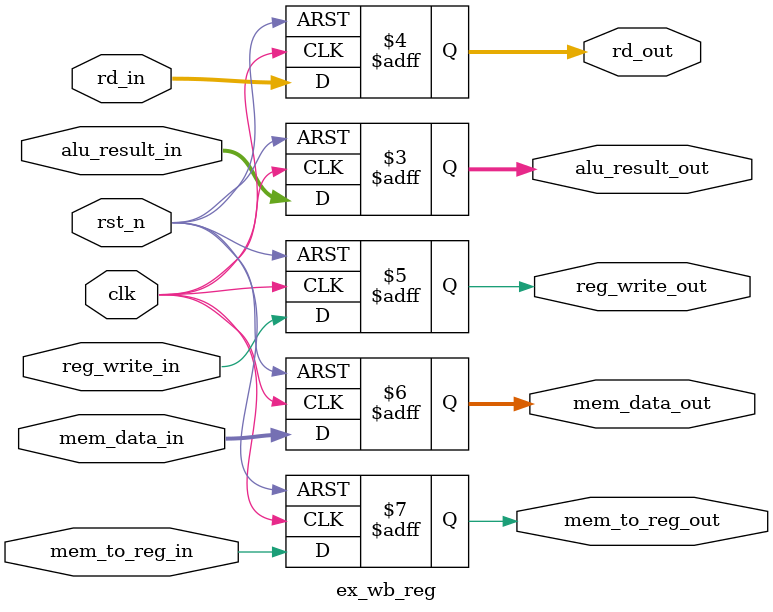
<source format=sv>
module ex_wb_reg (
    input clk, rst_n,
    input logic [31:0] alu_result_in,
    input logic [4:0] rd_in,
    input logic reg_write_in,
    input logic [31:0] mem_data_in,
    input logic mem_to_reg_in,
    output logic [31:0] alu_result_out,
    output logic [4:0] rd_out,
    output logic reg_write_out,
    output logic [31:0] mem_data_out,
    output logic mem_to_reg_out
);

always_ff @(posedge clk or negedge rst_n) begin
    if(!rst_n) begin
        alu_result_out <= 32'b0;
        rd_out <= 5'b0;
        reg_write_out <= 1'b0;
        mem_data_out <= 32'b0;
        mem_to_reg_out <= 1'b0;
    end else begin
        alu_result_out <= alu_result_in;
        rd_out <= rd_in;
        reg_write_out <= reg_write_in;
        mem_data_out <= mem_data_in;
        mem_to_reg_out <= mem_to_reg_in;
    end
end

endmodule
</source>
